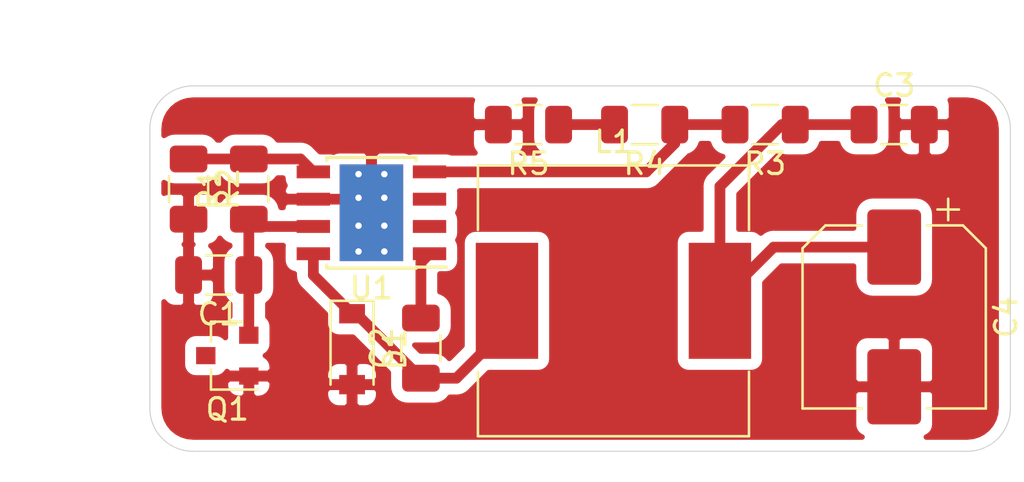
<source format=kicad_pcb>
(kicad_pcb (version 20171130) (host pcbnew 5.1.5+dfsg1-2build2)

  (general
    (thickness 1.6)
    (drawings 10)
    (tracks 33)
    (zones 0)
    (modules 13)
    (nets 12)
  )

  (page A4)
  (layers
    (0 F.Cu signal)
    (31 B.Cu signal)
    (32 B.Adhes user)
    (33 F.Adhes user)
    (34 B.Paste user)
    (35 F.Paste user)
    (36 B.SilkS user)
    (37 F.SilkS user)
    (38 B.Mask user)
    (39 F.Mask user)
    (40 Dwgs.User user)
    (41 Cmts.User user)
    (42 Eco1.User user)
    (43 Eco2.User user)
    (44 Edge.Cuts user)
    (45 Margin user)
    (46 B.CrtYd user)
    (47 F.CrtYd user)
    (48 B.Fab user)
    (49 F.Fab user)
  )

  (setup
    (last_trace_width 0.5)
    (trace_clearance 0.2)
    (zone_clearance 0.508)
    (zone_45_only no)
    (trace_min 0.2)
    (via_size 0.8)
    (via_drill 0.4)
    (via_min_size 0.4)
    (via_min_drill 0.3)
    (uvia_size 0.3)
    (uvia_drill 0.1)
    (uvias_allowed no)
    (uvia_min_size 0.2)
    (uvia_min_drill 0.1)
    (edge_width 0.05)
    (segment_width 0.2)
    (pcb_text_width 0.3)
    (pcb_text_size 1.5 1.5)
    (mod_edge_width 0.12)
    (mod_text_size 1 1)
    (mod_text_width 0.15)
    (pad_size 1.524 1.524)
    (pad_drill 0.762)
    (pad_to_mask_clearance 0.051)
    (solder_mask_min_width 0.25)
    (aux_axis_origin 0 0)
    (visible_elements FFFFFF7F)
    (pcbplotparams
      (layerselection 0x010fc_ffffffff)
      (usegerberextensions false)
      (usegerberattributes false)
      (usegerberadvancedattributes false)
      (creategerberjobfile false)
      (excludeedgelayer true)
      (linewidth 0.100000)
      (plotframeref false)
      (viasonmask false)
      (mode 1)
      (useauxorigin false)
      (hpglpennumber 1)
      (hpglpenspeed 20)
      (hpglpendiameter 15.000000)
      (psnegative false)
      (psa4output false)
      (plotreference true)
      (plotvalue true)
      (plotinvisibletext false)
      (padsonsilk false)
      (subtractmaskfromsilk false)
      (outputformat 1)
      (mirror false)
      (drillshape 1)
      (scaleselection 1)
      (outputdirectory ""))
  )

  (net 0 "")
  (net 1 GND)
  (net 2 "Net-(C1-Pad1)")
  (net 3 "Net-(C2-Pad2)")
  (net 4 "Net-(C2-Pad1)")
  (net 5 +3V3)
  (net 6 VCC)
  (net 7 "Net-(R1-Pad2)")
  (net 8 FB)
  (net 9 "Net-(R4-Pad2)")
  (net 10 "Net-(U1-Pad3)")
  (net 11 "Net-(U1-Pad2)")

  (net_class Default "This is the default net class."
    (clearance 0.2)
    (trace_width 0.5)
    (via_dia 0.8)
    (via_drill 0.4)
    (uvia_dia 0.3)
    (uvia_drill 0.1)
    (add_net +3V3)
    (add_net FB)
    (add_net GND)
    (add_net "Net-(C1-Pad1)")
    (add_net "Net-(C2-Pad1)")
    (add_net "Net-(C2-Pad2)")
    (add_net "Net-(R1-Pad2)")
    (add_net "Net-(R4-Pad2)")
    (add_net "Net-(U1-Pad2)")
    (add_net "Net-(U1-Pad3)")
    (add_net VCC)
  )

  (module Capacitor_SMD:C_1206_3216Metric (layer F.Cu) (tedit 5B301BBE) (tstamp 60FCE9DA)
    (at 148.6 59.8)
    (descr "Capacitor SMD 1206 (3216 Metric), square (rectangular) end terminal, IPC_7351 nominal, (Body size source: http://www.tortai-tech.com/upload/download/2011102023233369053.pdf), generated with kicad-footprint-generator")
    (tags capacitor)
    (path /60FDE61A)
    (attr smd)
    (fp_text reference C3 (at 0 -1.82) (layer F.SilkS)
      (effects (font (size 1 1) (thickness 0.15)))
    )
    (fp_text value 10uF (at 0 1.82) (layer F.Fab)
      (effects (font (size 1 1) (thickness 0.15)))
    )
    (fp_text user %R (at 0 0) (layer F.Fab)
      (effects (font (size 0.8 0.8) (thickness 0.12)))
    )
    (fp_line (start 2.28 1.12) (end -2.28 1.12) (layer F.CrtYd) (width 0.05))
    (fp_line (start 2.28 -1.12) (end 2.28 1.12) (layer F.CrtYd) (width 0.05))
    (fp_line (start -2.28 -1.12) (end 2.28 -1.12) (layer F.CrtYd) (width 0.05))
    (fp_line (start -2.28 1.12) (end -2.28 -1.12) (layer F.CrtYd) (width 0.05))
    (fp_line (start -0.602064 0.91) (end 0.602064 0.91) (layer F.SilkS) (width 0.12))
    (fp_line (start -0.602064 -0.91) (end 0.602064 -0.91) (layer F.SilkS) (width 0.12))
    (fp_line (start 1.6 0.8) (end -1.6 0.8) (layer F.Fab) (width 0.1))
    (fp_line (start 1.6 -0.8) (end 1.6 0.8) (layer F.Fab) (width 0.1))
    (fp_line (start -1.6 -0.8) (end 1.6 -0.8) (layer F.Fab) (width 0.1))
    (fp_line (start -1.6 0.8) (end -1.6 -0.8) (layer F.Fab) (width 0.1))
    (pad 2 smd roundrect (at 1.4 0) (size 1.25 1.75) (layers F.Cu F.Paste F.Mask) (roundrect_rratio 0.2)
      (net 1 GND))
    (pad 1 smd roundrect (at -1.4 0) (size 1.25 1.75) (layers F.Cu F.Paste F.Mask) (roundrect_rratio 0.2)
      (net 5 +3V3))
    (model ${KISYS3DMOD}/Capacitor_SMD.3dshapes/C_1206_3216Metric.wrl
      (at (xyz 0 0 0))
      (scale (xyz 1 1 1))
      (rotate (xyz 0 0 0))
    )
  )

  (module Resistor_SMD:R_1206_3216Metric (layer F.Cu) (tedit 5B301BBD) (tstamp 60FCEAC3)
    (at 137 59.8 180)
    (descr "Resistor SMD 1206 (3216 Metric), square (rectangular) end terminal, IPC_7351 nominal, (Body size source: http://www.tortai-tech.com/upload/download/2011102023233369053.pdf), generated with kicad-footprint-generator")
    (tags resistor)
    (path /60FE6CB1)
    (attr smd)
    (fp_text reference R4 (at 0 -1.82) (layer F.SilkS)
      (effects (font (size 1 1) (thickness 0.15)))
    )
    (fp_text value 5K6 (at 0 1.82) (layer F.Fab)
      (effects (font (size 1 1) (thickness 0.15)))
    )
    (fp_text user %R (at 0 0) (layer F.Fab)
      (effects (font (size 0.8 0.8) (thickness 0.12)))
    )
    (fp_line (start 2.28 1.12) (end -2.28 1.12) (layer F.CrtYd) (width 0.05))
    (fp_line (start 2.28 -1.12) (end 2.28 1.12) (layer F.CrtYd) (width 0.05))
    (fp_line (start -2.28 -1.12) (end 2.28 -1.12) (layer F.CrtYd) (width 0.05))
    (fp_line (start -2.28 1.12) (end -2.28 -1.12) (layer F.CrtYd) (width 0.05))
    (fp_line (start -0.602064 0.91) (end 0.602064 0.91) (layer F.SilkS) (width 0.12))
    (fp_line (start -0.602064 -0.91) (end 0.602064 -0.91) (layer F.SilkS) (width 0.12))
    (fp_line (start 1.6 0.8) (end -1.6 0.8) (layer F.Fab) (width 0.1))
    (fp_line (start 1.6 -0.8) (end 1.6 0.8) (layer F.Fab) (width 0.1))
    (fp_line (start -1.6 -0.8) (end 1.6 -0.8) (layer F.Fab) (width 0.1))
    (fp_line (start -1.6 0.8) (end -1.6 -0.8) (layer F.Fab) (width 0.1))
    (pad 2 smd roundrect (at 1.4 0 180) (size 1.25 1.75) (layers F.Cu F.Paste F.Mask) (roundrect_rratio 0.2)
      (net 9 "Net-(R4-Pad2)"))
    (pad 1 smd roundrect (at -1.4 0 180) (size 1.25 1.75) (layers F.Cu F.Paste F.Mask) (roundrect_rratio 0.2)
      (net 8 FB))
    (model ${KISYS3DMOD}/Resistor_SMD.3dshapes/R_1206_3216Metric.wrl
      (at (xyz 0 0 0))
      (scale (xyz 1 1 1))
      (rotate (xyz 0 0 0))
    )
  )

  (module Resistor_SMD:R_1206_3216Metric (layer F.Cu) (tedit 5B301BBD) (tstamp 60FCEAD4)
    (at 131.6 59.8 180)
    (descr "Resistor SMD 1206 (3216 Metric), square (rectangular) end terminal, IPC_7351 nominal, (Body size source: http://www.tortai-tech.com/upload/download/2011102023233369053.pdf), generated with kicad-footprint-generator")
    (tags resistor)
    (path /60FE75A7)
    (attr smd)
    (fp_text reference R5 (at 0 -1.82) (layer F.SilkS)
      (effects (font (size 1 1) (thickness 0.15)))
    )
    (fp_text value 200 (at 0 1.82) (layer F.Fab)
      (effects (font (size 1 1) (thickness 0.15)))
    )
    (fp_text user %R (at 0 0) (layer F.Fab)
      (effects (font (size 0.8 0.8) (thickness 0.12)))
    )
    (fp_line (start 2.28 1.12) (end -2.28 1.12) (layer F.CrtYd) (width 0.05))
    (fp_line (start 2.28 -1.12) (end 2.28 1.12) (layer F.CrtYd) (width 0.05))
    (fp_line (start -2.28 -1.12) (end 2.28 -1.12) (layer F.CrtYd) (width 0.05))
    (fp_line (start -2.28 1.12) (end -2.28 -1.12) (layer F.CrtYd) (width 0.05))
    (fp_line (start -0.602064 0.91) (end 0.602064 0.91) (layer F.SilkS) (width 0.12))
    (fp_line (start -0.602064 -0.91) (end 0.602064 -0.91) (layer F.SilkS) (width 0.12))
    (fp_line (start 1.6 0.8) (end -1.6 0.8) (layer F.Fab) (width 0.1))
    (fp_line (start 1.6 -0.8) (end 1.6 0.8) (layer F.Fab) (width 0.1))
    (fp_line (start -1.6 -0.8) (end 1.6 -0.8) (layer F.Fab) (width 0.1))
    (fp_line (start -1.6 0.8) (end -1.6 -0.8) (layer F.Fab) (width 0.1))
    (pad 2 smd roundrect (at 1.4 0 180) (size 1.25 1.75) (layers F.Cu F.Paste F.Mask) (roundrect_rratio 0.2)
      (net 1 GND))
    (pad 1 smd roundrect (at -1.4 0 180) (size 1.25 1.75) (layers F.Cu F.Paste F.Mask) (roundrect_rratio 0.2)
      (net 9 "Net-(R4-Pad2)"))
    (model ${KISYS3DMOD}/Resistor_SMD.3dshapes/R_1206_3216Metric.wrl
      (at (xyz 0 0 0))
      (scale (xyz 1 1 1))
      (rotate (xyz 0 0 0))
    )
  )

  (module Resistor_SMD:R_1206_3216Metric (layer F.Cu) (tedit 5B301BBD) (tstamp 60FD167E)
    (at 142.6 59.8 180)
    (descr "Resistor SMD 1206 (3216 Metric), square (rectangular) end terminal, IPC_7351 nominal, (Body size source: http://www.tortai-tech.com/upload/download/2011102023233369053.pdf), generated with kicad-footprint-generator")
    (tags resistor)
    (path /60FE7046)
    (attr smd)
    (fp_text reference R3 (at 0 -1.82) (layer F.SilkS)
      (effects (font (size 1 1) (thickness 0.15)))
    )
    (fp_text value 10K (at 0 1.82) (layer F.Fab)
      (effects (font (size 1 1) (thickness 0.15)))
    )
    (fp_text user %R (at 0 0) (layer F.Fab)
      (effects (font (size 0.8 0.8) (thickness 0.12)))
    )
    (fp_line (start 2.28 1.12) (end -2.28 1.12) (layer F.CrtYd) (width 0.05))
    (fp_line (start 2.28 -1.12) (end 2.28 1.12) (layer F.CrtYd) (width 0.05))
    (fp_line (start -2.28 -1.12) (end 2.28 -1.12) (layer F.CrtYd) (width 0.05))
    (fp_line (start -2.28 1.12) (end -2.28 -1.12) (layer F.CrtYd) (width 0.05))
    (fp_line (start -0.602064 0.91) (end 0.602064 0.91) (layer F.SilkS) (width 0.12))
    (fp_line (start -0.602064 -0.91) (end 0.602064 -0.91) (layer F.SilkS) (width 0.12))
    (fp_line (start 1.6 0.8) (end -1.6 0.8) (layer F.Fab) (width 0.1))
    (fp_line (start 1.6 -0.8) (end 1.6 0.8) (layer F.Fab) (width 0.1))
    (fp_line (start -1.6 -0.8) (end 1.6 -0.8) (layer F.Fab) (width 0.1))
    (fp_line (start -1.6 0.8) (end -1.6 -0.8) (layer F.Fab) (width 0.1))
    (pad 2 smd roundrect (at 1.4 0 180) (size 1.25 1.75) (layers F.Cu F.Paste F.Mask) (roundrect_rratio 0.2)
      (net 8 FB))
    (pad 1 smd roundrect (at -1.4 0 180) (size 1.25 1.75) (layers F.Cu F.Paste F.Mask) (roundrect_rratio 0.2)
      (net 5 +3V3))
    (model ${KISYS3DMOD}/Resistor_SMD.3dshapes/R_1206_3216Metric.wrl
      (at (xyz 0 0 0))
      (scale (xyz 1 1 1))
      (rotate (xyz 0 0 0))
    )
  )

  (module Capacitor_SMD:C_1206_3216Metric (layer F.Cu) (tedit 5B301BBE) (tstamp 60FD031E)
    (at 126.6 70.2 90)
    (descr "Capacitor SMD 1206 (3216 Metric), square (rectangular) end terminal, IPC_7351 nominal, (Body size source: http://www.tortai-tech.com/upload/download/2011102023233369053.pdf), generated with kicad-footprint-generator")
    (tags capacitor)
    (path /60FCF158)
    (attr smd)
    (fp_text reference C2 (at 0 -1.82 90) (layer F.SilkS)
      (effects (font (size 1 1) (thickness 0.15)))
    )
    (fp_text value 10nF (at 0 1.82 90) (layer F.Fab)
      (effects (font (size 1 1) (thickness 0.15)))
    )
    (fp_text user %R (at 0 0 90) (layer F.Fab)
      (effects (font (size 0.8 0.8) (thickness 0.12)))
    )
    (fp_line (start 2.28 1.12) (end -2.28 1.12) (layer F.CrtYd) (width 0.05))
    (fp_line (start 2.28 -1.12) (end 2.28 1.12) (layer F.CrtYd) (width 0.05))
    (fp_line (start -2.28 -1.12) (end 2.28 -1.12) (layer F.CrtYd) (width 0.05))
    (fp_line (start -2.28 1.12) (end -2.28 -1.12) (layer F.CrtYd) (width 0.05))
    (fp_line (start -0.602064 0.91) (end 0.602064 0.91) (layer F.SilkS) (width 0.12))
    (fp_line (start -0.602064 -0.91) (end 0.602064 -0.91) (layer F.SilkS) (width 0.12))
    (fp_line (start 1.6 0.8) (end -1.6 0.8) (layer F.Fab) (width 0.1))
    (fp_line (start 1.6 -0.8) (end 1.6 0.8) (layer F.Fab) (width 0.1))
    (fp_line (start -1.6 -0.8) (end 1.6 -0.8) (layer F.Fab) (width 0.1))
    (fp_line (start -1.6 0.8) (end -1.6 -0.8) (layer F.Fab) (width 0.1))
    (pad 2 smd roundrect (at 1.4 0 90) (size 1.25 1.75) (layers F.Cu F.Paste F.Mask) (roundrect_rratio 0.2)
      (net 3 "Net-(C2-Pad2)"))
    (pad 1 smd roundrect (at -1.4 0 90) (size 1.25 1.75) (layers F.Cu F.Paste F.Mask) (roundrect_rratio 0.2)
      (net 4 "Net-(C2-Pad1)"))
    (model ${KISYS3DMOD}/Capacitor_SMD.3dshapes/C_1206_3216Metric.wrl
      (at (xyz 0 0 0))
      (scale (xyz 1 1 1))
      (rotate (xyz 0 0 0))
    )
  )

  (module Package_SO:TI_SO-PowerPAD-8_ThermalVias (layer F.Cu) (tedit 5A02F2D3) (tstamp 60FCEAFC)
    (at 124.3 63.905 180)
    (descr "8-pin HTSOP package with 1.27mm pin pitch, compatible with SOIC-8, 3.9x4.9mm² body, exposed pad, thermal vias with large copper area, as proposed in http://www.ti.com/lit/ds/symlink/tps5430.pdf")
    (tags "HTSOP 1.27")
    (path /60FCE703)
    (attr smd)
    (fp_text reference U1 (at 0 -3.5) (layer F.SilkS)
      (effects (font (size 1 1) (thickness 0.15)))
    )
    (fp_text value TPS5430DDA (at 0 3.5) (layer F.Fab)
      (effects (font (size 1 1) (thickness 0.15)))
    )
    (fp_line (start -2.075 -2.525) (end -3.475 -2.525) (layer F.SilkS) (width 0.15))
    (fp_line (start -2.075 2.575) (end 2.075 2.575) (layer F.SilkS) (width 0.15))
    (fp_line (start -2.075 -2.575) (end 2.075 -2.575) (layer F.SilkS) (width 0.15))
    (fp_line (start -2.075 2.575) (end -2.075 2.43) (layer F.SilkS) (width 0.15))
    (fp_line (start 2.075 2.575) (end 2.075 2.43) (layer F.SilkS) (width 0.15))
    (fp_line (start 2.075 -2.575) (end 2.075 -2.43) (layer F.SilkS) (width 0.15))
    (fp_line (start -2.075 -2.575) (end -2.075 -2.525) (layer F.SilkS) (width 0.15))
    (fp_line (start -3.75 2.75) (end 3.75 2.75) (layer F.CrtYd) (width 0.05))
    (fp_line (start -3.75 -2.75) (end 3.75 -2.75) (layer F.CrtYd) (width 0.05))
    (fp_line (start 3.75 -2.75) (end 3.75 2.75) (layer F.CrtYd) (width 0.05))
    (fp_line (start -3.75 -2.75) (end -3.75 2.75) (layer F.CrtYd) (width 0.05))
    (fp_line (start -1.95 -1.45) (end -0.95 -2.45) (layer F.Fab) (width 0.15))
    (fp_line (start -1.95 2.45) (end -1.95 -1.45) (layer F.Fab) (width 0.15))
    (fp_line (start 1.95 2.45) (end -1.95 2.45) (layer F.Fab) (width 0.15))
    (fp_line (start 1.95 -2.45) (end 1.95 2.45) (layer F.Fab) (width 0.15))
    (fp_line (start -0.95 -2.45) (end 1.95 -2.45) (layer F.Fab) (width 0.15))
    (fp_text user %R (at 0 0) (layer F.Fab)
      (effects (font (size 0.9 0.9) (thickness 0.135)))
    )
    (pad 9 thru_hole circle (at 0.6 1.8 180) (size 0.6 0.6) (drill 0.3) (layers *.Cu)
      (net 1 GND))
    (pad 9 thru_hole circle (at 0.6 0.7 180) (size 0.6 0.6) (drill 0.3) (layers *.Cu)
      (net 1 GND))
    (pad 9 thru_hole circle (at -0.6 0.7 180) (size 0.6 0.6) (drill 0.3) (layers *.Cu)
      (net 1 GND))
    (pad 9 thru_hole circle (at -0.6 1.8 180) (size 0.6 0.6) (drill 0.3) (layers *.Cu)
      (net 1 GND))
    (pad 9 thru_hole circle (at 0.6 -1.8 180) (size 0.6 0.6) (drill 0.3) (layers *.Cu)
      (net 1 GND))
    (pad 9 thru_hole circle (at 0.6 -0.6 180) (size 0.6 0.6) (drill 0.3) (layers *.Cu)
      (net 1 GND))
    (pad 9 thru_hole circle (at -0.6 -0.6 180) (size 0.6 0.6) (drill 0.3) (layers *.Cu)
      (net 1 GND))
    (pad 9 thru_hole circle (at -0.6 -1.8 180) (size 0.6 0.6) (drill 0.3) (layers *.Cu)
      (net 1 GND))
    (pad 9 smd rect (at 0 0 180) (size 2.95 4.5) (layers B.Cu)
      (net 1 GND))
    (pad 8 smd rect (at 2.7 -1.905 180) (size 1.55 0.6) (layers F.Cu F.Paste F.Mask)
      (net 4 "Net-(C2-Pad1)"))
    (pad 7 smd rect (at 2.7 -0.635 180) (size 1.55 0.6) (layers F.Cu F.Paste F.Mask)
      (net 2 "Net-(C1-Pad1)"))
    (pad 6 smd rect (at 2.7 0.635 180) (size 1.55 0.6) (layers F.Cu F.Paste F.Mask)
      (net 1 GND))
    (pad 5 smd rect (at 2.7 1.905 180) (size 1.55 0.6) (layers F.Cu F.Paste F.Mask)
      (net 7 "Net-(R1-Pad2)"))
    (pad 4 smd rect (at -2.7 1.905 180) (size 1.55 0.6) (layers F.Cu F.Paste F.Mask)
      (net 8 FB))
    (pad 3 smd rect (at -2.7 0.635 180) (size 1.55 0.6) (layers F.Cu F.Paste F.Mask)
      (net 10 "Net-(U1-Pad3)"))
    (pad 2 smd rect (at -2.7 -0.635 180) (size 1.55 0.6) (layers F.Cu F.Paste F.Mask)
      (net 11 "Net-(U1-Pad2)"))
    (pad 1 smd rect (at -2.7 -1.905 180) (size 1.55 0.6) (layers F.Cu F.Paste F.Mask)
      (net 3 "Net-(C2-Pad2)"))
    (pad 9 smd rect (at 0 0 180) (size 2.95 4.5) (layers F.Cu)
      (net 1 GND))
    (pad 9 smd rect (at 0 0 180) (size 2.6 3.1) (layers F.Cu F.Paste F.Mask)
      (net 1 GND))
    (model ${KISYS3DMOD}/Package_SO.3dshapes/HTSOP-8-1EP_3.9x4.9mm_Pitch1.27mm.wrl
      (at (xyz 0 0 0))
      (scale (xyz 1 1 1))
      (rotate (xyz 0 0 0))
    )
  )

  (module Resistor_SMD:R_1206_3216Metric (layer F.Cu) (tedit 5B301BBD) (tstamp 60FD0B45)
    (at 115.8 62.8 270)
    (descr "Resistor SMD 1206 (3216 Metric), square (rectangular) end terminal, IPC_7351 nominal, (Body size source: http://www.tortai-tech.com/upload/download/2011102023233369053.pdf), generated with kicad-footprint-generator")
    (tags resistor)
    (path /60FF2A3B)
    (attr smd)
    (fp_text reference R2 (at 0 -1.82 90) (layer F.SilkS)
      (effects (font (size 1 1) (thickness 0.15)))
    )
    (fp_text value 100K (at 0 1.82 90) (layer F.Fab)
      (effects (font (size 1 1) (thickness 0.15)))
    )
    (fp_text user %R (at 0 0 90) (layer F.Fab)
      (effects (font (size 0.8 0.8) (thickness 0.12)))
    )
    (fp_line (start 2.28 1.12) (end -2.28 1.12) (layer F.CrtYd) (width 0.05))
    (fp_line (start 2.28 -1.12) (end 2.28 1.12) (layer F.CrtYd) (width 0.05))
    (fp_line (start -2.28 -1.12) (end 2.28 -1.12) (layer F.CrtYd) (width 0.05))
    (fp_line (start -2.28 1.12) (end -2.28 -1.12) (layer F.CrtYd) (width 0.05))
    (fp_line (start -0.602064 0.91) (end 0.602064 0.91) (layer F.SilkS) (width 0.12))
    (fp_line (start -0.602064 -0.91) (end 0.602064 -0.91) (layer F.SilkS) (width 0.12))
    (fp_line (start 1.6 0.8) (end -1.6 0.8) (layer F.Fab) (width 0.1))
    (fp_line (start 1.6 -0.8) (end 1.6 0.8) (layer F.Fab) (width 0.1))
    (fp_line (start -1.6 -0.8) (end 1.6 -0.8) (layer F.Fab) (width 0.1))
    (fp_line (start -1.6 0.8) (end -1.6 -0.8) (layer F.Fab) (width 0.1))
    (pad 2 smd roundrect (at 1.4 0 270) (size 1.25 1.75) (layers F.Cu F.Paste F.Mask) (roundrect_rratio 0.2)
      (net 1 GND))
    (pad 1 smd roundrect (at -1.4 0 270) (size 1.25 1.75) (layers F.Cu F.Paste F.Mask) (roundrect_rratio 0.2)
      (net 7 "Net-(R1-Pad2)"))
    (model ${KISYS3DMOD}/Resistor_SMD.3dshapes/R_1206_3216Metric.wrl
      (at (xyz 0 0 0))
      (scale (xyz 1 1 1))
      (rotate (xyz 0 0 0))
    )
  )

  (module Resistor_SMD:R_1206_3216Metric (layer F.Cu) (tedit 5B301BBD) (tstamp 60FD0AE5)
    (at 118.6 62.8 90)
    (descr "Resistor SMD 1206 (3216 Metric), square (rectangular) end terminal, IPC_7351 nominal, (Body size source: http://www.tortai-tech.com/upload/download/2011102023233369053.pdf), generated with kicad-footprint-generator")
    (tags resistor)
    (path /60FCE0CD)
    (attr smd)
    (fp_text reference R1 (at 0 -1.82 90) (layer F.SilkS)
      (effects (font (size 1 1) (thickness 0.15)))
    )
    (fp_text value 100K (at 0 1.82 90) (layer F.Fab)
      (effects (font (size 1 1) (thickness 0.15)))
    )
    (fp_text user %R (at 0 0 90) (layer F.Fab)
      (effects (font (size 0.8 0.8) (thickness 0.12)))
    )
    (fp_line (start 2.28 1.12) (end -2.28 1.12) (layer F.CrtYd) (width 0.05))
    (fp_line (start 2.28 -1.12) (end 2.28 1.12) (layer F.CrtYd) (width 0.05))
    (fp_line (start -2.28 -1.12) (end 2.28 -1.12) (layer F.CrtYd) (width 0.05))
    (fp_line (start -2.28 1.12) (end -2.28 -1.12) (layer F.CrtYd) (width 0.05))
    (fp_line (start -0.602064 0.91) (end 0.602064 0.91) (layer F.SilkS) (width 0.12))
    (fp_line (start -0.602064 -0.91) (end 0.602064 -0.91) (layer F.SilkS) (width 0.12))
    (fp_line (start 1.6 0.8) (end -1.6 0.8) (layer F.Fab) (width 0.1))
    (fp_line (start 1.6 -0.8) (end 1.6 0.8) (layer F.Fab) (width 0.1))
    (fp_line (start -1.6 -0.8) (end 1.6 -0.8) (layer F.Fab) (width 0.1))
    (fp_line (start -1.6 0.8) (end -1.6 -0.8) (layer F.Fab) (width 0.1))
    (pad 2 smd roundrect (at 1.4 0 90) (size 1.25 1.75) (layers F.Cu F.Paste F.Mask) (roundrect_rratio 0.2)
      (net 7 "Net-(R1-Pad2)"))
    (pad 1 smd roundrect (at -1.4 0 90) (size 1.25 1.75) (layers F.Cu F.Paste F.Mask) (roundrect_rratio 0.2)
      (net 2 "Net-(C1-Pad1)"))
    (model ${KISYS3DMOD}/Resistor_SMD.3dshapes/R_1206_3216Metric.wrl
      (at (xyz 0 0 0))
      (scale (xyz 1 1 1))
      (rotate (xyz 0 0 0))
    )
  )

  (module Package_TO_SOT_SMD:SOT-23 (layer F.Cu) (tedit 5A02FF57) (tstamp 60FD0C7E)
    (at 117.6 70.55 180)
    (descr "SOT-23, Standard")
    (tags SOT-23)
    (path /60FCD497)
    (attr smd)
    (fp_text reference Q1 (at 0 -2.5) (layer F.SilkS)
      (effects (font (size 1 1) (thickness 0.15)))
    )
    (fp_text value AO3401A (at 0 2.5) (layer F.Fab)
      (effects (font (size 1 1) (thickness 0.15)))
    )
    (fp_line (start 0.76 1.58) (end -0.7 1.58) (layer F.SilkS) (width 0.12))
    (fp_line (start 0.76 -1.58) (end -1.4 -1.58) (layer F.SilkS) (width 0.12))
    (fp_line (start -1.7 1.75) (end -1.7 -1.75) (layer F.CrtYd) (width 0.05))
    (fp_line (start 1.7 1.75) (end -1.7 1.75) (layer F.CrtYd) (width 0.05))
    (fp_line (start 1.7 -1.75) (end 1.7 1.75) (layer F.CrtYd) (width 0.05))
    (fp_line (start -1.7 -1.75) (end 1.7 -1.75) (layer F.CrtYd) (width 0.05))
    (fp_line (start 0.76 -1.58) (end 0.76 -0.65) (layer F.SilkS) (width 0.12))
    (fp_line (start 0.76 1.58) (end 0.76 0.65) (layer F.SilkS) (width 0.12))
    (fp_line (start -0.7 1.52) (end 0.7 1.52) (layer F.Fab) (width 0.1))
    (fp_line (start 0.7 -1.52) (end 0.7 1.52) (layer F.Fab) (width 0.1))
    (fp_line (start -0.7 -0.95) (end -0.15 -1.52) (layer F.Fab) (width 0.1))
    (fp_line (start -0.15 -1.52) (end 0.7 -1.52) (layer F.Fab) (width 0.1))
    (fp_line (start -0.7 -0.95) (end -0.7 1.5) (layer F.Fab) (width 0.1))
    (fp_text user %R (at 0 0 90) (layer F.Fab)
      (effects (font (size 0.5 0.5) (thickness 0.075)))
    )
    (pad 3 smd rect (at 1 0 180) (size 0.9 0.8) (layers F.Cu F.Paste F.Mask)
      (net 6 VCC))
    (pad 2 smd rect (at -1 0.95 180) (size 0.9 0.8) (layers F.Cu F.Paste F.Mask)
      (net 2 "Net-(C1-Pad1)"))
    (pad 1 smd rect (at -1 -0.95 180) (size 0.9 0.8) (layers F.Cu F.Paste F.Mask)
      (net 1 GND))
    (model ${KISYS3DMOD}/Package_TO_SOT_SMD.3dshapes/SOT-23.wrl
      (at (xyz 0 0 0))
      (scale (xyz 1 1 1))
      (rotate (xyz 0 0 0))
    )
  )

  (module Inductor_SMD:L_12x12mm_H8mm (layer F.Cu) (tedit 5990349C) (tstamp 60FCEA6A)
    (at 135.55 68)
    (descr "Choke, SMD, 12x12mm 8mm height")
    (tags "Choke SMD")
    (path /60FD04A7)
    (attr smd)
    (fp_text reference L1 (at 0 -7.4) (layer F.SilkS)
      (effects (font (size 1 1) (thickness 0.15)))
    )
    (fp_text value 10uH (at 0 7.6) (layer F.Fab)
      (effects (font (size 1 1) (thickness 0.15)))
    )
    (fp_circle (center -2.1 3) (end -1.8 3.25) (layer F.Fab) (width 0.1))
    (fp_circle (center 0 0) (end 0.15 0.15) (layer F.Adhes) (width 0.38))
    (fp_circle (center 0 0) (end 0.55 0) (layer F.Adhes) (width 0.38))
    (fp_circle (center 0 0) (end 0.9 0) (layer F.Adhes) (width 0.38))
    (fp_line (start 6.2 -6.2) (end 6.2 -3.3) (layer F.Fab) (width 0.1))
    (fp_line (start -6.2 -6.2) (end -6.2 -3.3) (layer F.Fab) (width 0.1))
    (fp_line (start 6.2 -6.2) (end -6.2 -6.2) (layer F.Fab) (width 0.1))
    (fp_line (start 6.2 6.2) (end 6.2 3.3) (layer F.Fab) (width 0.1))
    (fp_line (start -6.2 6.2) (end 6.2 6.2) (layer F.Fab) (width 0.1))
    (fp_line (start -6.2 3.3) (end -6.2 6.2) (layer F.Fab) (width 0.1))
    (fp_line (start -5 -3.5) (end -4.8 -3.2) (layer F.Fab) (width 0.1))
    (fp_line (start -5.1 -4) (end -5 -3.5) (layer F.Fab) (width 0.1))
    (fp_line (start -4.9 -4.5) (end -5.1 -4) (layer F.Fab) (width 0.1))
    (fp_line (start -4.6 -4.8) (end -4.9 -4.5) (layer F.Fab) (width 0.1))
    (fp_line (start -4.2 -5) (end -4.6 -4.8) (layer F.Fab) (width 0.1))
    (fp_line (start -3.7 -5.1) (end -4.2 -5) (layer F.Fab) (width 0.1))
    (fp_line (start -3.3 -4.9) (end -3.7 -5.1) (layer F.Fab) (width 0.1))
    (fp_line (start -3 -4.7) (end -3.3 -4.9) (layer F.Fab) (width 0.1))
    (fp_line (start -2.6 -4.9) (end -3 -4.7) (layer F.Fab) (width 0.1))
    (fp_line (start -1.7 -5.3) (end -2.6 -4.9) (layer F.Fab) (width 0.1))
    (fp_line (start -0.8 -5.5) (end -1.7 -5.3) (layer F.Fab) (width 0.1))
    (fp_line (start 0 -5.6) (end -0.8 -5.5) (layer F.Fab) (width 0.1))
    (fp_line (start 0.9 -5.5) (end 0 -5.6) (layer F.Fab) (width 0.1))
    (fp_line (start 1.7 -5.3) (end 0.9 -5.5) (layer F.Fab) (width 0.1))
    (fp_line (start 2.2 -5.1) (end 1.7 -5.3) (layer F.Fab) (width 0.1))
    (fp_line (start 2.6 -4.9) (end 2.2 -5.1) (layer F.Fab) (width 0.1))
    (fp_line (start 3 -4.6) (end 2.6 -4.9) (layer F.Fab) (width 0.1))
    (fp_line (start 3.3 -4.9) (end 3 -4.6) (layer F.Fab) (width 0.1))
    (fp_line (start 3.6 -5) (end 3.3 -4.9) (layer F.Fab) (width 0.1))
    (fp_line (start 3.9 -5.1) (end 3.6 -5) (layer F.Fab) (width 0.1))
    (fp_line (start 4.2 -5.1) (end 3.9 -5.1) (layer F.Fab) (width 0.1))
    (fp_line (start 4.5 -4.9) (end 4.2 -5.1) (layer F.Fab) (width 0.1))
    (fp_line (start 4.8 -4.7) (end 4.5 -4.9) (layer F.Fab) (width 0.1))
    (fp_line (start 5 -4.3) (end 4.8 -4.7) (layer F.Fab) (width 0.1))
    (fp_line (start 5.1 -4) (end 5 -4.3) (layer F.Fab) (width 0.1))
    (fp_line (start 5 -3.6) (end 5.1 -4) (layer F.Fab) (width 0.1))
    (fp_line (start 4.9 -3.3) (end 5 -3.6) (layer F.Fab) (width 0.1))
    (fp_line (start -5 3.6) (end -4.8 3.2) (layer F.Fab) (width 0.1))
    (fp_line (start -5.1 4.1) (end -5 3.6) (layer F.Fab) (width 0.1))
    (fp_line (start -4.9 4.6) (end -5.1 4.1) (layer F.Fab) (width 0.1))
    (fp_line (start -4.6 4.8) (end -4.9 4.6) (layer F.Fab) (width 0.1))
    (fp_line (start -4.3 5) (end -4.6 4.8) (layer F.Fab) (width 0.1))
    (fp_line (start -3.9 5.1) (end -4.3 5) (layer F.Fab) (width 0.1))
    (fp_line (start -3.3 4.9) (end -3.9 5.1) (layer F.Fab) (width 0.1))
    (fp_line (start -3 4.7) (end -3.3 4.9) (layer F.Fab) (width 0.1))
    (fp_line (start -2.6 4.9) (end -3 4.7) (layer F.Fab) (width 0.1))
    (fp_line (start -2.1 5.1) (end -2.6 4.9) (layer F.Fab) (width 0.1))
    (fp_line (start -1.5 5.3) (end -2.1 5.1) (layer F.Fab) (width 0.1))
    (fp_line (start -0.6 5.5) (end -1.5 5.3) (layer F.Fab) (width 0.1))
    (fp_line (start 0.6 5.5) (end -0.6 5.5) (layer F.Fab) (width 0.1))
    (fp_line (start 1.6 5.3) (end 0.6 5.5) (layer F.Fab) (width 0.1))
    (fp_line (start 2.4 5) (end 1.6 5.3) (layer F.Fab) (width 0.1))
    (fp_line (start 3 4.6) (end 2.4 5) (layer F.Fab) (width 0.1))
    (fp_line (start 3.1 4.7) (end 3 4.6) (layer F.Fab) (width 0.1))
    (fp_line (start 3.5 5) (end 3.1 4.7) (layer F.Fab) (width 0.1))
    (fp_line (start 4 5.1) (end 3.5 5) (layer F.Fab) (width 0.1))
    (fp_line (start 4.5 5) (end 4 5.1) (layer F.Fab) (width 0.1))
    (fp_line (start 4.8 4.6) (end 4.5 5) (layer F.Fab) (width 0.1))
    (fp_line (start 5 4.3) (end 4.8 4.6) (layer F.Fab) (width 0.1))
    (fp_line (start 5.1 3.8) (end 5 4.3) (layer F.Fab) (width 0.1))
    (fp_line (start 5 3.4) (end 5.1 3.8) (layer F.Fab) (width 0.1))
    (fp_line (start 4.9 3.3) (end 5 3.4) (layer F.Fab) (width 0.1))
    (fp_line (start -6.86 6.6) (end -6.86 -6.6) (layer F.CrtYd) (width 0.05))
    (fp_line (start 6.86 6.6) (end -6.86 6.6) (layer F.CrtYd) (width 0.05))
    (fp_line (start 6.86 -6.6) (end 6.86 6.6) (layer F.CrtYd) (width 0.05))
    (fp_line (start -6.86 -6.6) (end 6.86 -6.6) (layer F.CrtYd) (width 0.05))
    (fp_line (start 6.3 -6.3) (end 6.3 -3.3) (layer F.SilkS) (width 0.12))
    (fp_line (start -6.3 -6.3) (end 6.3 -6.3) (layer F.SilkS) (width 0.12))
    (fp_line (start -6.3 -3.3) (end -6.3 -6.3) (layer F.SilkS) (width 0.12))
    (fp_line (start -6.3 6.3) (end -6.3 3.3) (layer F.SilkS) (width 0.12))
    (fp_line (start 6.3 6.3) (end -6.3 6.3) (layer F.SilkS) (width 0.12))
    (fp_line (start 6.3 3.3) (end 6.3 6.3) (layer F.SilkS) (width 0.12))
    (fp_text user %R (at 0 0) (layer F.Fab)
      (effects (font (size 1 1) (thickness 0.15)))
    )
    (pad 2 smd rect (at 4.95 0) (size 2.9 5.4) (layers F.Cu F.Paste F.Mask)
      (net 5 +3V3))
    (pad 1 smd rect (at -4.95 0) (size 2.9 5.4) (layers F.Cu F.Paste F.Mask)
      (net 4 "Net-(C2-Pad1)"))
    (model ${KISYS3DMOD}/Inductor_SMD.3dshapes/L_12x12mm_H8mm.wrl
      (at (xyz 0 0 0))
      (scale (xyz 1 1 1))
      (rotate (xyz 0 0 0))
    )
  )

  (module Diode_SMD:D_SOD-123 (layer F.Cu) (tedit 58645DC7) (tstamp 60FCEA1B)
    (at 123.4 70.25 270)
    (descr SOD-123)
    (tags SOD-123)
    (path /60FCF759)
    (attr smd)
    (fp_text reference D1 (at 0 -2 90) (layer F.SilkS)
      (effects (font (size 1 1) (thickness 0.15)))
    )
    (fp_text value B5819W (at 0 2.1 90) (layer F.Fab)
      (effects (font (size 1 1) (thickness 0.15)))
    )
    (fp_line (start -2.25 -1) (end 1.65 -1) (layer F.SilkS) (width 0.12))
    (fp_line (start -2.25 1) (end 1.65 1) (layer F.SilkS) (width 0.12))
    (fp_line (start -2.35 -1.15) (end -2.35 1.15) (layer F.CrtYd) (width 0.05))
    (fp_line (start 2.35 1.15) (end -2.35 1.15) (layer F.CrtYd) (width 0.05))
    (fp_line (start 2.35 -1.15) (end 2.35 1.15) (layer F.CrtYd) (width 0.05))
    (fp_line (start -2.35 -1.15) (end 2.35 -1.15) (layer F.CrtYd) (width 0.05))
    (fp_line (start -1.4 -0.9) (end 1.4 -0.9) (layer F.Fab) (width 0.1))
    (fp_line (start 1.4 -0.9) (end 1.4 0.9) (layer F.Fab) (width 0.1))
    (fp_line (start 1.4 0.9) (end -1.4 0.9) (layer F.Fab) (width 0.1))
    (fp_line (start -1.4 0.9) (end -1.4 -0.9) (layer F.Fab) (width 0.1))
    (fp_line (start -0.75 0) (end -0.35 0) (layer F.Fab) (width 0.1))
    (fp_line (start -0.35 0) (end -0.35 -0.55) (layer F.Fab) (width 0.1))
    (fp_line (start -0.35 0) (end -0.35 0.55) (layer F.Fab) (width 0.1))
    (fp_line (start -0.35 0) (end 0.25 -0.4) (layer F.Fab) (width 0.1))
    (fp_line (start 0.25 -0.4) (end 0.25 0.4) (layer F.Fab) (width 0.1))
    (fp_line (start 0.25 0.4) (end -0.35 0) (layer F.Fab) (width 0.1))
    (fp_line (start 0.25 0) (end 0.75 0) (layer F.Fab) (width 0.1))
    (fp_line (start -2.25 -1) (end -2.25 1) (layer F.SilkS) (width 0.12))
    (fp_text user %R (at 0 -2 90) (layer F.Fab)
      (effects (font (size 1 1) (thickness 0.15)))
    )
    (pad 2 smd rect (at 1.65 0 270) (size 0.9 1.2) (layers F.Cu F.Paste F.Mask)
      (net 1 GND))
    (pad 1 smd rect (at -1.65 0 270) (size 0.9 1.2) (layers F.Cu F.Paste F.Mask)
      (net 4 "Net-(C2-Pad1)"))
    (model ${KISYS3DMOD}/Diode_SMD.3dshapes/D_SOD-123.wrl
      (at (xyz 0 0 0))
      (scale (xyz 1 1 1))
      (rotate (xyz 0 0 0))
    )
  )

  (module Capacitor_SMD:CP_Elec_8x10 (layer F.Cu) (tedit 5BCA39D0) (tstamp 60FCEA02)
    (at 148.6 68.75 270)
    (descr "SMD capacitor, aluminum electrolytic, Nichicon, 8.0x10mm")
    (tags "capacitor electrolytic")
    (path /60FDD741)
    (attr smd)
    (fp_text reference C4 (at 0 -5.2 90) (layer F.SilkS)
      (effects (font (size 1 1) (thickness 0.15)))
    )
    (fp_text value 680uF (at 0 5.2 90) (layer F.Fab)
      (effects (font (size 1 1) (thickness 0.15)))
    )
    (fp_text user %R (at 0 0 90) (layer F.Fab)
      (effects (font (size 1 1) (thickness 0.15)))
    )
    (fp_line (start -5.25 1.5) (end -4.4 1.5) (layer F.CrtYd) (width 0.05))
    (fp_line (start -5.25 -1.5) (end -5.25 1.5) (layer F.CrtYd) (width 0.05))
    (fp_line (start -4.4 -1.5) (end -5.25 -1.5) (layer F.CrtYd) (width 0.05))
    (fp_line (start -4.4 1.5) (end -4.4 3.25) (layer F.CrtYd) (width 0.05))
    (fp_line (start -4.4 -3.25) (end -4.4 -1.5) (layer F.CrtYd) (width 0.05))
    (fp_line (start -4.4 -3.25) (end -3.25 -4.4) (layer F.CrtYd) (width 0.05))
    (fp_line (start -4.4 3.25) (end -3.25 4.4) (layer F.CrtYd) (width 0.05))
    (fp_line (start -3.25 -4.4) (end 4.4 -4.4) (layer F.CrtYd) (width 0.05))
    (fp_line (start -3.25 4.4) (end 4.4 4.4) (layer F.CrtYd) (width 0.05))
    (fp_line (start 4.4 1.5) (end 4.4 4.4) (layer F.CrtYd) (width 0.05))
    (fp_line (start 5.25 1.5) (end 4.4 1.5) (layer F.CrtYd) (width 0.05))
    (fp_line (start 5.25 -1.5) (end 5.25 1.5) (layer F.CrtYd) (width 0.05))
    (fp_line (start 4.4 -1.5) (end 5.25 -1.5) (layer F.CrtYd) (width 0.05))
    (fp_line (start 4.4 -4.4) (end 4.4 -1.5) (layer F.CrtYd) (width 0.05))
    (fp_line (start -5 -3.01) (end -5 -2.01) (layer F.SilkS) (width 0.12))
    (fp_line (start -5.5 -2.51) (end -4.5 -2.51) (layer F.SilkS) (width 0.12))
    (fp_line (start -4.26 3.195563) (end -3.195563 4.26) (layer F.SilkS) (width 0.12))
    (fp_line (start -4.26 -3.195563) (end -3.195563 -4.26) (layer F.SilkS) (width 0.12))
    (fp_line (start -4.26 -3.195563) (end -4.26 -1.51) (layer F.SilkS) (width 0.12))
    (fp_line (start -4.26 3.195563) (end -4.26 1.51) (layer F.SilkS) (width 0.12))
    (fp_line (start -3.195563 4.26) (end 4.26 4.26) (layer F.SilkS) (width 0.12))
    (fp_line (start -3.195563 -4.26) (end 4.26 -4.26) (layer F.SilkS) (width 0.12))
    (fp_line (start 4.26 -4.26) (end 4.26 -1.51) (layer F.SilkS) (width 0.12))
    (fp_line (start 4.26 4.26) (end 4.26 1.51) (layer F.SilkS) (width 0.12))
    (fp_line (start -3.162278 -1.9) (end -3.162278 -1.1) (layer F.Fab) (width 0.1))
    (fp_line (start -3.562278 -1.5) (end -2.762278 -1.5) (layer F.Fab) (width 0.1))
    (fp_line (start -4.15 3.15) (end -3.15 4.15) (layer F.Fab) (width 0.1))
    (fp_line (start -4.15 -3.15) (end -3.15 -4.15) (layer F.Fab) (width 0.1))
    (fp_line (start -4.15 -3.15) (end -4.15 3.15) (layer F.Fab) (width 0.1))
    (fp_line (start -3.15 4.15) (end 4.15 4.15) (layer F.Fab) (width 0.1))
    (fp_line (start -3.15 -4.15) (end 4.15 -4.15) (layer F.Fab) (width 0.1))
    (fp_line (start 4.15 -4.15) (end 4.15 4.15) (layer F.Fab) (width 0.1))
    (fp_circle (center 0 0) (end 4 0) (layer F.Fab) (width 0.1))
    (pad 2 smd roundrect (at 3.25 0 270) (size 3.5 2.5) (layers F.Cu F.Paste F.Mask) (roundrect_rratio 0.1)
      (net 1 GND))
    (pad 1 smd roundrect (at -3.25 0 270) (size 3.5 2.5) (layers F.Cu F.Paste F.Mask) (roundrect_rratio 0.1)
      (net 5 +3V3))
    (model ${KISYS3DMOD}/Capacitor_SMD.3dshapes/CP_Elec_8x10.wrl
      (at (xyz 0 0 0))
      (scale (xyz 1 1 1))
      (rotate (xyz 0 0 0))
    )
  )

  (module Capacitor_SMD:C_1206_3216Metric (layer F.Cu) (tedit 5B301BBE) (tstamp 60FD0B15)
    (at 117.2 66.8 180)
    (descr "Capacitor SMD 1206 (3216 Metric), square (rectangular) end terminal, IPC_7351 nominal, (Body size source: http://www.tortai-tech.com/upload/download/2011102023233369053.pdf), generated with kicad-footprint-generator")
    (tags capacitor)
    (path /60FCDD15)
    (attr smd)
    (fp_text reference C1 (at 0 -1.82) (layer F.SilkS)
      (effects (font (size 1 1) (thickness 0.15)))
    )
    (fp_text value 10uF (at 0 1.82) (layer F.Fab)
      (effects (font (size 1 1) (thickness 0.15)))
    )
    (fp_text user %R (at 0 0) (layer F.Fab)
      (effects (font (size 0.8 0.8) (thickness 0.12)))
    )
    (fp_line (start 2.28 1.12) (end -2.28 1.12) (layer F.CrtYd) (width 0.05))
    (fp_line (start 2.28 -1.12) (end 2.28 1.12) (layer F.CrtYd) (width 0.05))
    (fp_line (start -2.28 -1.12) (end 2.28 -1.12) (layer F.CrtYd) (width 0.05))
    (fp_line (start -2.28 1.12) (end -2.28 -1.12) (layer F.CrtYd) (width 0.05))
    (fp_line (start -0.602064 0.91) (end 0.602064 0.91) (layer F.SilkS) (width 0.12))
    (fp_line (start -0.602064 -0.91) (end 0.602064 -0.91) (layer F.SilkS) (width 0.12))
    (fp_line (start 1.6 0.8) (end -1.6 0.8) (layer F.Fab) (width 0.1))
    (fp_line (start 1.6 -0.8) (end 1.6 0.8) (layer F.Fab) (width 0.1))
    (fp_line (start -1.6 -0.8) (end 1.6 -0.8) (layer F.Fab) (width 0.1))
    (fp_line (start -1.6 0.8) (end -1.6 -0.8) (layer F.Fab) (width 0.1))
    (pad 2 smd roundrect (at 1.4 0 180) (size 1.25 1.75) (layers F.Cu F.Paste F.Mask) (roundrect_rratio 0.2)
      (net 1 GND))
    (pad 1 smd roundrect (at -1.4 0 180) (size 1.25 1.75) (layers F.Cu F.Paste F.Mask) (roundrect_rratio 0.2)
      (net 2 "Net-(C1-Pad1)"))
    (model ${KISYS3DMOD}/Capacitor_SMD.3dshapes/C_1206_3216Metric.wrl
      (at (xyz 0 0 0))
      (scale (xyz 1 1 1))
      (rotate (xyz 0 0 0))
    )
  )

  (gr_arc (start 116 73) (end 114 73) (angle -90) (layer Edge.Cuts) (width 0.05) (tstamp 60FD0DAD))
  (gr_arc (start 116 60) (end 116 58) (angle -90) (layer Edge.Cuts) (width 0.05) (tstamp 60FD100B))
  (gr_arc (start 152 60) (end 154 60) (angle -90) (layer Edge.Cuts) (width 0.05))
  (gr_arc (start 152 73) (end 152 75) (angle -90) (layer Edge.Cuts) (width 0.05))
  (gr_line (start 154 60) (end 154 73) (layer Edge.Cuts) (width 0.05))
  (gr_line (start 116 75) (end 152 75) (layer Edge.Cuts) (width 0.05))
  (gr_line (start 114 60) (end 114 73) (layer Edge.Cuts) (width 0.05) (tstamp 60FD1025))
  (gr_line (start 116 58) (end 152 58) (layer Edge.Cuts) (width 0.05))
  (dimension 17 (width 0.15) (layer Dwgs.User) (tstamp 60FD100F)
    (gr_text "17,000 mm" (at 110.7 66.5 270) (layer Dwgs.User) (tstamp 60FD100F)
      (effects (font (size 1 1) (thickness 0.15)))
    )
    (feature1 (pts (xy 114 75) (xy 111.413579 75)))
    (feature2 (pts (xy 114 58) (xy 111.413579 58)))
    (crossbar (pts (xy 112 58) (xy 112 75)))
    (arrow1a (pts (xy 112 75) (xy 111.413579 73.873496)))
    (arrow1b (pts (xy 112 75) (xy 112.586421 73.873496)))
    (arrow2a (pts (xy 112 58) (xy 111.413579 59.126504)))
    (arrow2b (pts (xy 112 58) (xy 112.586421 59.126504)))
  )
  (dimension 40 (width 0.15) (layer Dwgs.User) (tstamp 60FD0DA2)
    (gr_text "40,000 mm" (at 134 54.7) (layer Dwgs.User) (tstamp 60FD0DA2)
      (effects (font (size 1 1) (thickness 0.15)))
    )
    (feature1 (pts (xy 114 58) (xy 114 55.413579)))
    (feature2 (pts (xy 154 58) (xy 154 55.413579)))
    (crossbar (pts (xy 154 56) (xy 114 56)))
    (arrow1a (pts (xy 114 56) (xy 115.126504 55.413579)))
    (arrow1b (pts (xy 114 56) (xy 115.126504 56.586421)))
    (arrow2a (pts (xy 154 56) (xy 152.873496 55.413579)))
    (arrow2b (pts (xy 154 56) (xy 152.873496 56.586421)))
  )

  (segment (start 123.665 63.27) (end 121.6 63.27) (width 0.5) (layer F.Cu) (net 1))
  (segment (start 124.3 63.905) (end 123.665 63.27) (width 0.5) (layer F.Cu) (net 1))
  (segment (start 125.655 59.8) (end 124.3 61.155) (width 0.5) (layer F.Cu) (net 1))
  (segment (start 124.3 61.155) (end 124.3 63.905) (width 0.5) (layer F.Cu) (net 1))
  (segment (start 130.2 59.8) (end 125.655 59.8) (width 0.5) (layer F.Cu) (net 1))
  (segment (start 118.94 64.54) (end 118.6 64.2) (width 0.5) (layer F.Cu) (net 2))
  (segment (start 121.6 64.54) (end 118.94 64.54) (width 0.5) (layer F.Cu) (net 2))
  (segment (start 118.6 64.2) (end 118.6 66.8) (width 0.5) (layer F.Cu) (net 2))
  (segment (start 118.6 69.6) (end 118.6 66.8) (width 0.5) (layer F.Cu) (net 2))
  (segment (start 126.6 66.21) (end 127 65.81) (width 0.5) (layer F.Cu) (net 3))
  (segment (start 126.6 68.8) (end 126.6 66.21) (width 0.5) (layer F.Cu) (net 3))
  (segment (start 121.6 66.8) (end 123.4 68.6) (width 0.5) (layer F.Cu) (net 4))
  (segment (start 121.6 65.81) (end 121.6 66.8) (width 0.5) (layer F.Cu) (net 4))
  (segment (start 123.6 68.6) (end 126.6 71.6) (width 0.5) (layer F.Cu) (net 4))
  (segment (start 123.4 68.6) (end 123.6 68.6) (width 0.5) (layer F.Cu) (net 4))
  (segment (start 127.475 71.6) (end 126.6 71.6) (width 0.5) (layer F.Cu) (net 4))
  (segment (start 128.25 71.6) (end 127.475 71.6) (width 0.5) (layer F.Cu) (net 4))
  (segment (start 130.6 69.25) (end 128.25 71.6) (width 0.5) (layer F.Cu) (net 4))
  (segment (start 130.6 68) (end 130.6 69.25) (width 0.5) (layer F.Cu) (net 4))
  (segment (start 143 65.5) (end 140.5 68) (width 0.5) (layer F.Cu) (net 5))
  (segment (start 148.6 65.5) (end 143 65.5) (width 0.5) (layer F.Cu) (net 5))
  (segment (start 144 59.8) (end 147.2 59.8) (width 0.5) (layer F.Cu) (net 5))
  (segment (start 143.375 59.8) (end 144 59.8) (width 0.5) (layer F.Cu) (net 5))
  (segment (start 140.5 62.675) (end 143.375 59.8) (width 0.5) (layer F.Cu) (net 5))
  (segment (start 140.5 68) (end 140.5 62.675) (width 0.5) (layer F.Cu) (net 5))
  (segment (start 115.8 61.4) (end 118.6 61.4) (width 0.5) (layer F.Cu) (net 7))
  (segment (start 121 61.4) (end 121.6 62) (width 0.5) (layer F.Cu) (net 7))
  (segment (start 118.6 61.4) (end 121 61.4) (width 0.5) (layer F.Cu) (net 7))
  (segment (start 137.075 62) (end 127 62) (width 0.5) (layer F.Cu) (net 8))
  (segment (start 138.4 60.675) (end 137.075 62) (width 0.5) (layer F.Cu) (net 8))
  (segment (start 138.4 59.8) (end 138.4 60.675) (width 0.5) (layer F.Cu) (net 8))
  (segment (start 141.2 59.8) (end 138.4 59.8) (width 0.5) (layer F.Cu) (net 8))
  (segment (start 133 59.8) (end 135.6 59.8) (width 0.5) (layer F.Cu) (net 9))

  (zone (net 1) (net_name GND) (layer F.Cu) (tstamp 0) (hatch edge 0.508)
    (connect_pads (clearance 0.508))
    (min_thickness 0.254)
    (fill yes (arc_segments 32) (thermal_gap 0.508) (thermal_bridge_width 0.508))
    (polygon
      (pts
        (xy 154 75) (xy 114 75) (xy 114 58) (xy 154 58)
      )
    )
    (filled_polygon
      (pts
        (xy 148.785498 58.68082) (xy 148.749188 58.800518) (xy 148.736928 58.925) (xy 148.74 59.51425) (xy 148.89875 59.673)
        (xy 149.873 59.673) (xy 149.873 59.653) (xy 150.127 59.653) (xy 150.127 59.673) (xy 151.10125 59.673)
        (xy 151.26 59.51425) (xy 151.263072 58.925) (xy 151.250812 58.800518) (xy 151.214502 58.68082) (xy 151.203373 58.66)
        (xy 151.967721 58.66) (xy 152.259659 58.688625) (xy 152.509429 58.764035) (xy 152.739792 58.886522) (xy 152.94198 59.051422)
        (xy 153.108286 59.25245) (xy 153.232378 59.481954) (xy 153.309531 59.731195) (xy 153.34 60.021089) (xy 153.340001 72.967711)
        (xy 153.311375 73.25966) (xy 153.235965 73.509429) (xy 153.113477 73.739794) (xy 152.948579 73.941979) (xy 152.747546 74.108288)
        (xy 152.518046 74.232378) (xy 152.268805 74.309531) (xy 151.978911 74.34) (xy 150.092538 74.34) (xy 150.09418 74.339502)
        (xy 150.204494 74.280537) (xy 150.301185 74.201185) (xy 150.380537 74.104494) (xy 150.439502 73.99418) (xy 150.475812 73.874482)
        (xy 150.488072 73.75) (xy 150.485 72.28575) (xy 150.32625 72.127) (xy 148.727 72.127) (xy 148.727 72.147)
        (xy 148.473 72.147) (xy 148.473 72.127) (xy 146.87375 72.127) (xy 146.715 72.28575) (xy 146.711928 73.75)
        (xy 146.724188 73.874482) (xy 146.760498 73.99418) (xy 146.819463 74.104494) (xy 146.898815 74.201185) (xy 146.995506 74.280537)
        (xy 147.10582 74.339502) (xy 147.107462 74.34) (xy 116.032279 74.34) (xy 115.74034 74.311375) (xy 115.490571 74.235965)
        (xy 115.260206 74.113477) (xy 115.058021 73.948579) (xy 114.891712 73.747546) (xy 114.767622 73.518046) (xy 114.690469 73.268805)
        (xy 114.66 72.978911) (xy 114.66 71.9) (xy 117.511928 71.9) (xy 117.524188 72.024482) (xy 117.560498 72.14418)
        (xy 117.619463 72.254494) (xy 117.698815 72.351185) (xy 117.795506 72.430537) (xy 117.90582 72.489502) (xy 118.025518 72.525812)
        (xy 118.15 72.538072) (xy 118.31425 72.535) (xy 118.473 72.37625) (xy 118.473 71.627) (xy 118.727 71.627)
        (xy 118.727 72.37625) (xy 118.88575 72.535) (xy 119.05 72.538072) (xy 119.174482 72.525812) (xy 119.29418 72.489502)
        (xy 119.404494 72.430537) (xy 119.501185 72.351185) (xy 119.502157 72.35) (xy 122.161928 72.35) (xy 122.174188 72.474482)
        (xy 122.210498 72.59418) (xy 122.269463 72.704494) (xy 122.348815 72.801185) (xy 122.445506 72.880537) (xy 122.55582 72.939502)
        (xy 122.675518 72.975812) (xy 122.8 72.988072) (xy 123.11425 72.985) (xy 123.273 72.82625) (xy 123.273 72.027)
        (xy 123.527 72.027) (xy 123.527 72.82625) (xy 123.68575 72.985) (xy 124 72.988072) (xy 124.124482 72.975812)
        (xy 124.24418 72.939502) (xy 124.354494 72.880537) (xy 124.451185 72.801185) (xy 124.530537 72.704494) (xy 124.589502 72.59418)
        (xy 124.625812 72.474482) (xy 124.638072 72.35) (xy 124.635 72.18575) (xy 124.47625 72.027) (xy 123.527 72.027)
        (xy 123.273 72.027) (xy 122.32375 72.027) (xy 122.165 72.18575) (xy 122.161928 72.35) (xy 119.502157 72.35)
        (xy 119.580537 72.254494) (xy 119.639502 72.14418) (xy 119.675812 72.024482) (xy 119.688072 71.9) (xy 119.685 71.78575)
        (xy 119.52625 71.627) (xy 118.727 71.627) (xy 118.473 71.627) (xy 117.67375 71.627) (xy 117.515 71.78575)
        (xy 117.511928 71.9) (xy 114.66 71.9) (xy 114.66 68.048426) (xy 114.723815 68.126185) (xy 114.820506 68.205537)
        (xy 114.93082 68.264502) (xy 115.050518 68.300812) (xy 115.175 68.313072) (xy 115.51425 68.31) (xy 115.673 68.15125)
        (xy 115.673 66.927) (xy 115.927 66.927) (xy 115.927 68.15125) (xy 116.08575 68.31) (xy 116.425 68.313072)
        (xy 116.549482 68.300812) (xy 116.66918 68.264502) (xy 116.779494 68.205537) (xy 116.876185 68.126185) (xy 116.955537 68.029494)
        (xy 117.014502 67.91918) (xy 117.050812 67.799482) (xy 117.063072 67.675) (xy 117.06 67.08575) (xy 116.90125 66.927)
        (xy 115.927 66.927) (xy 115.673 66.927) (xy 115.653 66.927) (xy 115.653 66.673) (xy 115.673 66.673)
        (xy 115.673 65.44875) (xy 115.59925 65.375) (xy 115.673 65.30125) (xy 115.673 64.327) (xy 115.653 64.327)
        (xy 115.653 64.073) (xy 115.673 64.073) (xy 115.673 63.09875) (xy 115.51425 62.94) (xy 114.925 62.936928)
        (xy 114.800518 62.949188) (xy 114.68082 62.985498) (xy 114.66 62.996627) (xy 114.66 62.495667) (xy 114.681614 62.513405)
        (xy 114.83515 62.595472) (xy 115.001746 62.646008) (xy 115.175 62.663072) (xy 116.425 62.663072) (xy 116.598254 62.646008)
        (xy 116.76485 62.595472) (xy 116.918386 62.513405) (xy 117.052962 62.402962) (xy 117.14977 62.285) (xy 117.25023 62.285)
        (xy 117.347038 62.402962) (xy 117.481614 62.513405) (xy 117.63515 62.595472) (xy 117.801746 62.646008) (xy 117.975 62.663072)
        (xy 119.225 62.663072) (xy 119.398254 62.646008) (xy 119.56485 62.595472) (xy 119.718386 62.513405) (xy 119.852962 62.402962)
        (xy 119.94977 62.285) (xy 120.186928 62.285) (xy 120.186928 62.3) (xy 120.199188 62.424482) (xy 120.235498 62.54418)
        (xy 120.284043 62.635) (xy 120.235498 62.72582) (xy 120.199188 62.845518) (xy 120.186928 62.97) (xy 120.19 62.98425)
        (xy 120.34875 63.143) (xy 121.473 63.143) (xy 121.473 63.123) (xy 121.727 63.123) (xy 121.727 63.143)
        (xy 121.747 63.143) (xy 121.747 63.397) (xy 121.727 63.397) (xy 121.727 63.417) (xy 121.473 63.417)
        (xy 121.473 63.397) (xy 120.34875 63.397) (xy 120.19 63.55575) (xy 120.186928 63.57) (xy 120.195299 63.655)
        (xy 120.096328 63.655) (xy 120.096008 63.651746) (xy 120.045472 63.48515) (xy 119.963405 63.331614) (xy 119.852962 63.197038)
        (xy 119.718386 63.086595) (xy 119.56485 63.004528) (xy 119.398254 62.953992) (xy 119.225 62.936928) (xy 117.975 62.936928)
        (xy 117.801746 62.953992) (xy 117.63515 63.004528) (xy 117.481614 63.086595) (xy 117.347038 63.197038) (xy 117.253752 63.310708)
        (xy 117.205537 63.220506) (xy 117.126185 63.123815) (xy 117.029494 63.044463) (xy 116.91918 62.985498) (xy 116.799482 62.949188)
        (xy 116.675 62.936928) (xy 116.08575 62.94) (xy 115.927 63.09875) (xy 115.927 64.073) (xy 115.947 64.073)
        (xy 115.947 64.327) (xy 115.927 64.327) (xy 115.927 65.30125) (xy 116.00075 65.375) (xy 115.927 65.44875)
        (xy 115.927 66.673) (xy 116.90125 66.673) (xy 117.06 66.51425) (xy 117.063072 65.925) (xy 117.050812 65.800518)
        (xy 117.014502 65.68082) (xy 116.955537 65.570506) (xy 116.876185 65.473815) (xy 116.83502 65.440032) (xy 116.91918 65.414502)
        (xy 117.029494 65.355537) (xy 117.126185 65.276185) (xy 117.205537 65.179494) (xy 117.253752 65.089292) (xy 117.347038 65.202962)
        (xy 117.481614 65.313405) (xy 117.63515 65.395472) (xy 117.715 65.419694) (xy 117.715 65.450229) (xy 117.597038 65.547038)
        (xy 117.486595 65.681614) (xy 117.404528 65.83515) (xy 117.353992 66.001746) (xy 117.336928 66.175) (xy 117.336928 67.425)
        (xy 117.353992 67.598254) (xy 117.404528 67.76485) (xy 117.486595 67.918386) (xy 117.597038 68.052962) (xy 117.715001 68.149771)
        (xy 117.715 68.735532) (xy 117.698815 68.748815) (xy 117.619463 68.845506) (xy 117.560498 68.95582) (xy 117.524188 69.075518)
        (xy 117.511928 69.2) (xy 117.511928 69.711905) (xy 117.501185 69.698815) (xy 117.404494 69.619463) (xy 117.29418 69.560498)
        (xy 117.174482 69.524188) (xy 117.05 69.511928) (xy 116.15 69.511928) (xy 116.025518 69.524188) (xy 115.90582 69.560498)
        (xy 115.795506 69.619463) (xy 115.698815 69.698815) (xy 115.619463 69.795506) (xy 115.560498 69.90582) (xy 115.524188 70.025518)
        (xy 115.511928 70.15) (xy 115.511928 70.95) (xy 115.524188 71.074482) (xy 115.560498 71.19418) (xy 115.619463 71.304494)
        (xy 115.698815 71.401185) (xy 115.795506 71.480537) (xy 115.90582 71.539502) (xy 116.025518 71.575812) (xy 116.15 71.588072)
        (xy 117.05 71.588072) (xy 117.174482 71.575812) (xy 117.29418 71.539502) (xy 117.404494 71.480537) (xy 117.441703 71.45)
        (xy 122.161928 71.45) (xy 122.165 71.61425) (xy 122.32375 71.773) (xy 123.273 71.773) (xy 123.273 70.97375)
        (xy 123.527 70.97375) (xy 123.527 71.773) (xy 124.47625 71.773) (xy 124.635 71.61425) (xy 124.638072 71.45)
        (xy 124.625812 71.325518) (xy 124.589502 71.20582) (xy 124.530537 71.095506) (xy 124.451185 70.998815) (xy 124.354494 70.919463)
        (xy 124.24418 70.860498) (xy 124.124482 70.824188) (xy 124 70.811928) (xy 123.68575 70.815) (xy 123.527 70.97375)
        (xy 123.273 70.97375) (xy 123.11425 70.815) (xy 122.8 70.811928) (xy 122.675518 70.824188) (xy 122.55582 70.860498)
        (xy 122.445506 70.919463) (xy 122.348815 70.998815) (xy 122.269463 71.095506) (xy 122.210498 71.20582) (xy 122.174188 71.325518)
        (xy 122.161928 71.45) (xy 117.441703 71.45) (xy 117.501185 71.401185) (xy 117.580537 71.304494) (xy 117.589143 71.288393)
        (xy 117.67375 71.373) (xy 118.473 71.373) (xy 118.473 71.353) (xy 118.727 71.353) (xy 118.727 71.373)
        (xy 119.52625 71.373) (xy 119.685 71.21425) (xy 119.688072 71.1) (xy 119.675812 70.975518) (xy 119.639502 70.85582)
        (xy 119.580537 70.745506) (xy 119.501185 70.648815) (xy 119.404494 70.569463) (xy 119.368082 70.55) (xy 119.404494 70.530537)
        (xy 119.501185 70.451185) (xy 119.580537 70.354494) (xy 119.639502 70.24418) (xy 119.675812 70.124482) (xy 119.688072 70)
        (xy 119.688072 69.2) (xy 119.675812 69.075518) (xy 119.639502 68.95582) (xy 119.580537 68.845506) (xy 119.501185 68.748815)
        (xy 119.485 68.735532) (xy 119.485 68.14977) (xy 119.602962 68.052962) (xy 119.713405 67.918386) (xy 119.795472 67.76485)
        (xy 119.846008 67.598254) (xy 119.863072 67.425) (xy 119.863072 66.175) (xy 119.846008 66.001746) (xy 119.795472 65.83515)
        (xy 119.713405 65.681614) (xy 119.602962 65.547038) (xy 119.485 65.45023) (xy 119.485 65.425) (xy 120.195299 65.425)
        (xy 120.186928 65.51) (xy 120.186928 66.11) (xy 120.199188 66.234482) (xy 120.235498 66.35418) (xy 120.294463 66.464494)
        (xy 120.373815 66.561185) (xy 120.470506 66.640537) (xy 120.58082 66.699502) (xy 120.700518 66.735812) (xy 120.715001 66.737238)
        (xy 120.715001 66.756522) (xy 120.710719 66.8) (xy 120.727805 66.97349) (xy 120.778412 67.140313) (xy 120.86059 67.294059)
        (xy 120.943468 67.395046) (xy 120.943471 67.395049) (xy 120.971184 67.428817) (xy 121.004951 67.456529) (xy 122.161928 68.613507)
        (xy 122.161928 69.05) (xy 122.174188 69.174482) (xy 122.210498 69.29418) (xy 122.269463 69.404494) (xy 122.348815 69.501185)
        (xy 122.445506 69.580537) (xy 122.55582 69.639502) (xy 122.675518 69.675812) (xy 122.8 69.688072) (xy 123.436494 69.688072)
        (xy 125.086928 71.338507) (xy 125.086928 71.975) (xy 125.103992 72.148254) (xy 125.154528 72.31485) (xy 125.236595 72.468386)
        (xy 125.347038 72.602962) (xy 125.481614 72.713405) (xy 125.63515 72.795472) (xy 125.801746 72.846008) (xy 125.975 72.863072)
        (xy 127.225 72.863072) (xy 127.398254 72.846008) (xy 127.56485 72.795472) (xy 127.718386 72.713405) (xy 127.852962 72.602962)
        (xy 127.94977 72.485) (xy 128.206531 72.485) (xy 128.25 72.489281) (xy 128.293469 72.485) (xy 128.293477 72.485)
        (xy 128.42349 72.472195) (xy 128.590313 72.421589) (xy 128.744059 72.339411) (xy 128.878817 72.228817) (xy 128.906534 72.195044)
        (xy 129.763506 71.338072) (xy 132.05 71.338072) (xy 132.174482 71.325812) (xy 132.29418 71.289502) (xy 132.404494 71.230537)
        (xy 132.501185 71.151185) (xy 132.580537 71.054494) (xy 132.639502 70.94418) (xy 132.675812 70.824482) (xy 132.688072 70.7)
        (xy 132.688072 65.3) (xy 132.675812 65.175518) (xy 132.639502 65.05582) (xy 132.580537 64.945506) (xy 132.501185 64.848815)
        (xy 132.404494 64.769463) (xy 132.29418 64.710498) (xy 132.174482 64.674188) (xy 132.05 64.661928) (xy 129.15 64.661928)
        (xy 129.025518 64.674188) (xy 128.90582 64.710498) (xy 128.795506 64.769463) (xy 128.698815 64.848815) (xy 128.619463 64.945506)
        (xy 128.560498 65.05582) (xy 128.524188 65.175518) (xy 128.511928 65.3) (xy 128.511928 70.086494) (xy 127.919864 70.678558)
        (xy 127.852962 70.597038) (xy 127.718386 70.486595) (xy 127.56485 70.404528) (xy 127.398254 70.353992) (xy 127.225 70.336928)
        (xy 126.588507 70.336928) (xy 126.314651 70.063072) (xy 127.225 70.063072) (xy 127.398254 70.046008) (xy 127.56485 69.995472)
        (xy 127.718386 69.913405) (xy 127.852962 69.802962) (xy 127.963405 69.668386) (xy 128.045472 69.51485) (xy 128.096008 69.348254)
        (xy 128.113072 69.175) (xy 128.113072 68.425) (xy 128.096008 68.251746) (xy 128.045472 68.08515) (xy 127.963405 67.931614)
        (xy 127.852962 67.797038) (xy 127.718386 67.686595) (xy 127.56485 67.604528) (xy 127.485 67.580306) (xy 127.485 66.748072)
        (xy 127.775 66.748072) (xy 127.899482 66.735812) (xy 128.01918 66.699502) (xy 128.129494 66.640537) (xy 128.226185 66.561185)
        (xy 128.305537 66.464494) (xy 128.364502 66.35418) (xy 128.400812 66.234482) (xy 128.413072 66.11) (xy 128.413072 65.51)
        (xy 128.400812 65.385518) (xy 128.364502 65.26582) (xy 128.315957 65.175) (xy 128.364502 65.08418) (xy 128.400812 64.964482)
        (xy 128.413072 64.84) (xy 128.413072 64.24) (xy 128.400812 64.115518) (xy 128.364502 63.99582) (xy 128.315957 63.905)
        (xy 128.364502 63.81418) (xy 128.400812 63.694482) (xy 128.413072 63.57) (xy 128.413072 62.97) (xy 128.404701 62.885)
        (xy 137.031531 62.885) (xy 137.075 62.889281) (xy 137.118469 62.885) (xy 137.118477 62.885) (xy 137.24849 62.872195)
        (xy 137.415313 62.821589) (xy 137.569059 62.739411) (xy 137.703817 62.628817) (xy 137.731534 62.595044) (xy 138.995049 61.33153)
        (xy 139.028817 61.303817) (xy 139.061083 61.264502) (xy 139.064055 61.26088) (xy 139.11485 61.245472) (xy 139.268386 61.163405)
        (xy 139.402962 61.052962) (xy 139.513405 60.918386) (xy 139.595472 60.76485) (xy 139.619694 60.685) (xy 139.980306 60.685)
        (xy 140.004528 60.76485) (xy 140.086595 60.918386) (xy 140.197038 61.052962) (xy 140.331614 61.163405) (xy 140.48515 61.245472)
        (xy 140.633077 61.290345) (xy 139.904951 62.018471) (xy 139.871184 62.046183) (xy 139.843471 62.079951) (xy 139.843468 62.079954)
        (xy 139.76059 62.180941) (xy 139.678412 62.334687) (xy 139.627805 62.50151) (xy 139.610719 62.675) (xy 139.615001 62.718479)
        (xy 139.615001 64.661928) (xy 139.05 64.661928) (xy 138.925518 64.674188) (xy 138.80582 64.710498) (xy 138.695506 64.769463)
        (xy 138.598815 64.848815) (xy 138.519463 64.945506) (xy 138.460498 65.05582) (xy 138.424188 65.175518) (xy 138.411928 65.3)
        (xy 138.411928 70.7) (xy 138.424188 70.824482) (xy 138.460498 70.94418) (xy 138.519463 71.054494) (xy 138.598815 71.151185)
        (xy 138.695506 71.230537) (xy 138.80582 71.289502) (xy 138.925518 71.325812) (xy 139.05 71.338072) (xy 141.95 71.338072)
        (xy 142.074482 71.325812) (xy 142.19418 71.289502) (xy 142.304494 71.230537) (xy 142.401185 71.151185) (xy 142.480537 71.054494)
        (xy 142.539502 70.94418) (xy 142.575812 70.824482) (xy 142.588072 70.7) (xy 142.588072 70.25) (xy 146.711928 70.25)
        (xy 146.715 71.71425) (xy 146.87375 71.873) (xy 148.473 71.873) (xy 148.473 69.77375) (xy 148.727 69.77375)
        (xy 148.727 71.873) (xy 150.32625 71.873) (xy 150.485 71.71425) (xy 150.488072 70.25) (xy 150.475812 70.125518)
        (xy 150.439502 70.00582) (xy 150.380537 69.895506) (xy 150.301185 69.798815) (xy 150.204494 69.719463) (xy 150.09418 69.660498)
        (xy 149.974482 69.624188) (xy 149.85 69.611928) (xy 148.88575 69.615) (xy 148.727 69.77375) (xy 148.473 69.77375)
        (xy 148.31425 69.615) (xy 147.35 69.611928) (xy 147.225518 69.624188) (xy 147.10582 69.660498) (xy 146.995506 69.719463)
        (xy 146.898815 69.798815) (xy 146.819463 69.895506) (xy 146.760498 70.00582) (xy 146.724188 70.125518) (xy 146.711928 70.25)
        (xy 142.588072 70.25) (xy 142.588072 67.163507) (xy 143.366579 66.385) (xy 146.711928 66.385) (xy 146.711928 67)
        (xy 146.728992 67.173254) (xy 146.779528 67.33985) (xy 146.861595 67.493386) (xy 146.972038 67.627962) (xy 147.106614 67.738405)
        (xy 147.26015 67.820472) (xy 147.426746 67.871008) (xy 147.6 67.888072) (xy 149.6 67.888072) (xy 149.773254 67.871008)
        (xy 149.93985 67.820472) (xy 150.093386 67.738405) (xy 150.227962 67.627962) (xy 150.338405 67.493386) (xy 150.420472 67.33985)
        (xy 150.471008 67.173254) (xy 150.488072 67) (xy 150.488072 64) (xy 150.471008 63.826746) (xy 150.420472 63.66015)
        (xy 150.338405 63.506614) (xy 150.227962 63.372038) (xy 150.093386 63.261595) (xy 149.93985 63.179528) (xy 149.773254 63.128992)
        (xy 149.6 63.111928) (xy 147.6 63.111928) (xy 147.426746 63.128992) (xy 147.26015 63.179528) (xy 147.106614 63.261595)
        (xy 146.972038 63.372038) (xy 146.861595 63.506614) (xy 146.779528 63.66015) (xy 146.728992 63.826746) (xy 146.711928 64)
        (xy 146.711928 64.615) (xy 143.043469 64.615) (xy 143 64.610719) (xy 142.956531 64.615) (xy 142.956523 64.615)
        (xy 142.82651 64.627805) (xy 142.659687 64.678411) (xy 142.505941 64.760589) (xy 142.404953 64.843468) (xy 142.404951 64.84347)
        (xy 142.399812 64.847688) (xy 142.304494 64.769463) (xy 142.19418 64.710498) (xy 142.074482 64.674188) (xy 141.95 64.661928)
        (xy 141.385 64.661928) (xy 141.385 63.041578) (xy 143.217348 61.209231) (xy 143.28515 61.245472) (xy 143.451746 61.296008)
        (xy 143.625 61.313072) (xy 144.375 61.313072) (xy 144.548254 61.296008) (xy 144.71485 61.245472) (xy 144.868386 61.163405)
        (xy 145.002962 61.052962) (xy 145.113405 60.918386) (xy 145.195472 60.76485) (xy 145.219694 60.685) (xy 145.980306 60.685)
        (xy 146.004528 60.76485) (xy 146.086595 60.918386) (xy 146.197038 61.052962) (xy 146.331614 61.163405) (xy 146.48515 61.245472)
        (xy 146.651746 61.296008) (xy 146.825 61.313072) (xy 147.575 61.313072) (xy 147.748254 61.296008) (xy 147.91485 61.245472)
        (xy 148.068386 61.163405) (xy 148.202962 61.052962) (xy 148.313405 60.918386) (xy 148.395472 60.76485) (xy 148.422727 60.675)
        (xy 148.736928 60.675) (xy 148.749188 60.799482) (xy 148.785498 60.91918) (xy 148.844463 61.029494) (xy 148.923815 61.126185)
        (xy 149.020506 61.205537) (xy 149.13082 61.264502) (xy 149.250518 61.300812) (xy 149.375 61.313072) (xy 149.71425 61.31)
        (xy 149.873 61.15125) (xy 149.873 59.927) (xy 150.127 59.927) (xy 150.127 61.15125) (xy 150.28575 61.31)
        (xy 150.625 61.313072) (xy 150.749482 61.300812) (xy 150.86918 61.264502) (xy 150.979494 61.205537) (xy 151.076185 61.126185)
        (xy 151.155537 61.029494) (xy 151.214502 60.91918) (xy 151.250812 60.799482) (xy 151.263072 60.675) (xy 151.26 60.08575)
        (xy 151.10125 59.927) (xy 150.127 59.927) (xy 149.873 59.927) (xy 148.89875 59.927) (xy 148.74 60.08575)
        (xy 148.736928 60.675) (xy 148.422727 60.675) (xy 148.446008 60.598254) (xy 148.463072 60.425) (xy 148.463072 59.175)
        (xy 148.446008 59.001746) (xy 148.395472 58.83515) (xy 148.313405 58.681614) (xy 148.295667 58.66) (xy 148.796627 58.66)
      )
    )
    (filled_polygon
      (pts
        (xy 124.427 63.778) (xy 124.447 63.778) (xy 124.447 63.834876) (xy 124.446843 63.837762) (xy 124.445064 63.839541)
        (xy 124.445905 63.855) (xy 124.445064 63.870459) (xy 124.446843 63.872238) (xy 124.447 63.875124) (xy 124.447 64.032)
        (xy 124.427 64.032) (xy 124.427 64.052) (xy 124.370128 64.052) (xy 124.334541 64.050064) (xy 124.332605 64.052)
        (xy 124.267395 64.052) (xy 124.265459 64.050064) (xy 124.229872 64.052) (xy 124.173 64.052) (xy 124.173 64.032)
        (xy 124.153 64.032) (xy 124.153 63.875124) (xy 124.153157 63.872238) (xy 124.154936 63.870459) (xy 124.154095 63.855)
        (xy 124.154936 63.839541) (xy 124.153157 63.837762) (xy 124.153 63.834876) (xy 124.153 63.778) (xy 124.173 63.778)
        (xy 124.173 63.758) (xy 124.427 63.758)
      )
    )
    (filled_polygon
      (pts
        (xy 128.985498 58.68082) (xy 128.949188 58.800518) (xy 128.936928 58.925) (xy 128.94 59.51425) (xy 129.09875 59.673)
        (xy 130.073 59.673) (xy 130.073 59.653) (xy 130.327 59.653) (xy 130.327 59.673) (xy 131.30125 59.673)
        (xy 131.46 59.51425) (xy 131.463072 58.925) (xy 131.450812 58.800518) (xy 131.414502 58.68082) (xy 131.403373 58.66)
        (xy 131.904333 58.66) (xy 131.886595 58.681614) (xy 131.804528 58.83515) (xy 131.753992 59.001746) (xy 131.736928 59.175)
        (xy 131.736928 60.425) (xy 131.753992 60.598254) (xy 131.804528 60.76485) (xy 131.886595 60.918386) (xy 131.997038 61.052962)
        (xy 132.072632 61.115) (xy 131.285364 61.115) (xy 131.355537 61.029494) (xy 131.414502 60.91918) (xy 131.450812 60.799482)
        (xy 131.463072 60.675) (xy 131.46 60.08575) (xy 131.30125 59.927) (xy 130.327 59.927) (xy 130.327 59.947)
        (xy 130.073 59.947) (xy 130.073 59.927) (xy 129.09875 59.927) (xy 128.94 60.08575) (xy 128.936928 60.675)
        (xy 128.949188 60.799482) (xy 128.985498 60.91918) (xy 129.044463 61.029494) (xy 129.114636 61.115) (xy 128.027603 61.115)
        (xy 128.01918 61.110498) (xy 127.899482 61.074188) (xy 127.775 61.061928) (xy 126.225 61.061928) (xy 126.100518 61.074188)
        (xy 126.059 61.086782) (xy 126.01918 61.065498) (xy 125.899482 61.029188) (xy 125.775 61.016928) (xy 124.58575 61.02)
        (xy 124.427 61.17875) (xy 124.427 61.655094) (xy 124.334541 61.650064) (xy 124.3 61.684605) (xy 124.265459 61.650064)
        (xy 124.173 61.655094) (xy 124.173 61.17875) (xy 124.01425 61.02) (xy 122.825 61.016928) (xy 122.700518 61.029188)
        (xy 122.58082 61.065498) (xy 122.541 61.086782) (xy 122.499482 61.074188) (xy 122.375 61.061928) (xy 121.913506 61.061928)
        (xy 121.656534 60.804956) (xy 121.628817 60.771183) (xy 121.494059 60.660589) (xy 121.340313 60.578411) (xy 121.17349 60.527805)
        (xy 121.043477 60.515) (xy 121.043469 60.515) (xy 121 60.510719) (xy 120.956531 60.515) (xy 119.94977 60.515)
        (xy 119.852962 60.397038) (xy 119.718386 60.286595) (xy 119.56485 60.204528) (xy 119.398254 60.153992) (xy 119.225 60.136928)
        (xy 117.975 60.136928) (xy 117.801746 60.153992) (xy 117.63515 60.204528) (xy 117.481614 60.286595) (xy 117.347038 60.397038)
        (xy 117.25023 60.515) (xy 117.14977 60.515) (xy 117.052962 60.397038) (xy 116.918386 60.286595) (xy 116.76485 60.204528)
        (xy 116.598254 60.153992) (xy 116.425 60.136928) (xy 115.175 60.136928) (xy 115.001746 60.153992) (xy 114.83515 60.204528)
        (xy 114.681614 60.286595) (xy 114.66 60.304333) (xy 114.66 60.032279) (xy 114.688625 59.740341) (xy 114.764035 59.490571)
        (xy 114.886522 59.260208) (xy 115.051422 59.05802) (xy 115.25245 58.891714) (xy 115.481954 58.767622) (xy 115.731195 58.690469)
        (xy 116.021088 58.66) (xy 128.996627 58.66)
      )
    )
  )
)

</source>
